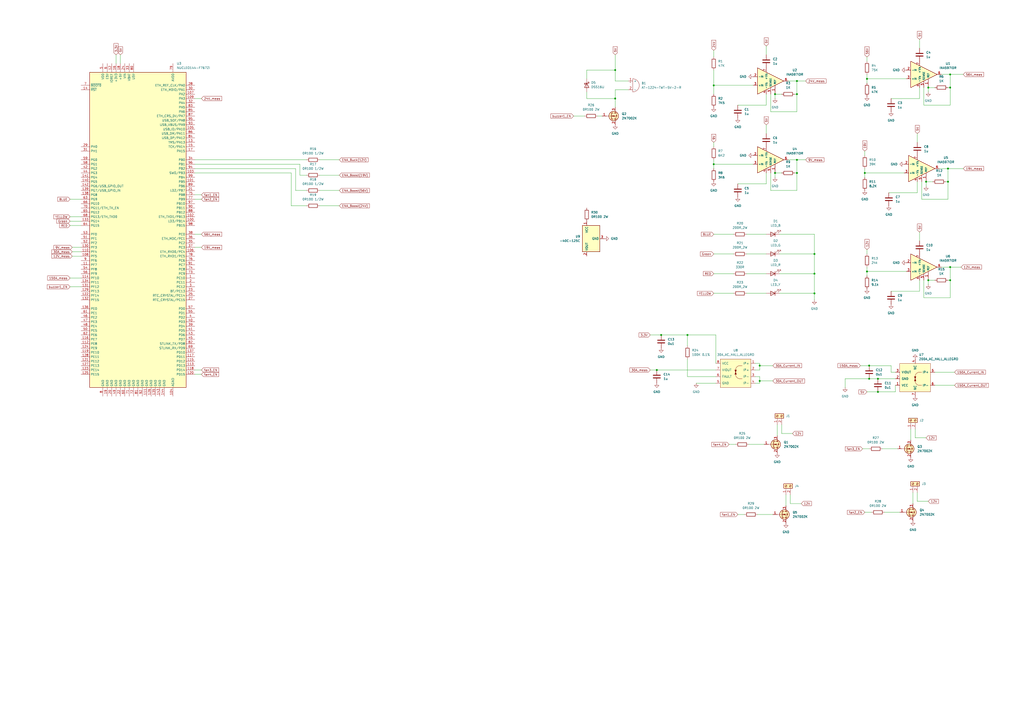
<source format=kicad_sch>
(kicad_sch (version 20231120) (generator "eeschema") (generator_version "8.0")
  (paper "A2")
  (junction (at 504.19 212.09))
  (junction (at 472.44 147.32))
  (junction (at 356.87 40.64))
  (junction (at 462.28 46.99))
  (junction (at 502.92 157.48))
  (junction (at 504.19 219.71))
  (junction (at 537.21 105.41))
  (junction (at 472.44 170.18))
  (junction (at 509.27 219.71))
  (junction (at 398.78 194.31))
  (junction (at 502.92 45.72))
  (junction (at 449.58 100.33))
  (junction (at 440.69 212.09))
  (junction (at 509.27 227.33))
  (junction (at 462.28 54.61))
  (junction (at 538.48 50.8))
  (junction (at 462.28 92.71))
  (junction (at 501.65 100.33))
  (junction (at 440.69 220.98))
  (junction (at 383.54 194.31))
  (junction (at 462.28 100.33))
  (junction (at 551.18 50.8))
  (junction (at 449.58 54.61))
  (junction (at 381 214.63))
  (junction (at 551.18 162.56))
  (junction (at 549.91 105.41))
  (junction (at 414.02 49.53))
  (junction (at 538.48 162.56))
  (junction (at 356.87 57.15))
  (junction (at 414.02 95.25))
  (junction (at 549.91 97.79))
  (junction (at 551.18 43.18))
  (junction (at 551.18 154.94))
  (junction (at 472.44 158.75))
  (wire (pts (xy 422.91 257.81) (xy 426.72 257.81)))
  (wire (pts (xy 116.84 214.63) (xy 113.03 214.63)))
  (wire (pts (xy 449.58 100.33) (xy 453.39 100.33)))
  (wire (pts (xy 439.42 298.45) (xy 448.31 298.45)))
  (wire (pts (xy 501.65 97.79) (xy 501.65 100.33)))
  (wire (pts (xy 551.18 43.18) (xy 546.1 43.18)))
  (wire (pts (xy 113.03 143.51) (xy 116.84 143.51)))
  (wire (pts (xy 448.31 212.09) (xy 440.69 212.09)))
  (wire (pts (xy 502.92 33.02) (xy 502.92 35.56)))
  (wire (pts (xy 462.28 54.61) (xy 462.28 64.77)))
  (wire (pts (xy 444.5 26.67) (xy 444.5 31.75)))
  (wire (pts (xy 551.18 154.94) (xy 546.1 154.94)))
  (wire (pts (xy 551.18 162.56) (xy 551.18 172.72)))
  (wire (pts (xy 414.02 82.55) (xy 414.02 85.09)))
  (wire (pts (xy 433.07 147.32) (xy 444.5 147.32)))
  (wire (pts (xy 113.03 95.25) (xy 173.99 95.25)))
  (wire (pts (xy 40.64 125.73) (xy 46.99 125.73)))
  (wire (pts (xy 449.58 57.15) (xy 449.58 54.61)))
  (wire (pts (xy 519.43 215.9) (xy 516.89 215.9)))
  (wire (pts (xy 414.02 29.21) (xy 414.02 33.02)))
  (wire (pts (xy 41.91 148.59) (xy 46.99 148.59)))
  (wire (pts (xy 447.04 100.33) (xy 447.04 110.49)))
  (wire (pts (xy 185.42 92.71) (xy 196.85 92.71)))
  (wire (pts (xy 434.34 257.81) (xy 443.23 257.81)))
  (wire (pts (xy 453.39 251.46) (xy 459.74 251.46)))
  (wire (pts (xy 551.18 162.56) (xy 549.91 162.56)))
  (wire (pts (xy 185.42 101.6) (xy 196.85 101.6)))
  (wire (pts (xy 549.91 97.79) (xy 558.8 97.79)))
  (wire (pts (xy 450.85 246.38) (xy 450.85 252.73)))
  (wire (pts (xy 549.91 105.41) (xy 548.64 105.41)))
  (wire (pts (xy 185.42 119.38) (xy 196.85 119.38)))
  (wire (pts (xy 414.02 147.32) (xy 425.45 147.32)))
  (wire (pts (xy 504.19 219.71) (xy 490.22 219.71)))
  (wire (pts (xy 356.87 40.64) (xy 356.87 46.99)))
  (wire (pts (xy 462.28 100.33) (xy 461.01 100.33)))
  (wire (pts (xy 383.54 194.31) (xy 398.78 194.31)))
  (wire (pts (xy 529.59 285.75) (xy 529.59 292.1)))
  (wire (pts (xy 525.78 45.72) (xy 502.92 45.72)))
  (wire (pts (xy 524.51 100.33) (xy 501.65 100.33)))
  (wire (pts (xy 414.02 40.64) (xy 414.02 49.53)))
  (wire (pts (xy 452.12 170.18) (xy 472.44 170.18)))
  (wire (pts (xy 533.4 50.8) (xy 533.4 57.15)))
  (wire (pts (xy 440.69 220.98) (xy 448.31 220.98)))
  (wire (pts (xy 113.03 100.33) (xy 168.91 100.33)))
  (wire (pts (xy 398.78 194.31) (xy 398.78 200.66)))
  (wire (pts (xy 340.36 45.72) (xy 340.36 40.64)))
  (wire (pts (xy 504.19 212.09) (xy 516.89 212.09)))
  (wire (pts (xy 414.02 135.89) (xy 425.45 135.89)))
  (wire (pts (xy 433.07 158.75) (xy 444.5 158.75)))
  (wire (pts (xy 433.07 170.18) (xy 444.5 170.18)))
  (wire (pts (xy 168.91 100.33) (xy 168.91 119.38)))
  (wire (pts (xy 398.78 194.31) (xy 415.29 194.31)))
  (wire (pts (xy 472.44 147.32) (xy 472.44 158.75)))
  (wire (pts (xy 444.5 54.61) (xy 444.5 60.96)))
  (wire (pts (xy 549.91 105.41) (xy 549.91 115.57)))
  (wire (pts (xy 499.11 212.09) (xy 504.19 212.09)))
  (wire (pts (xy 414.02 92.71) (xy 414.02 95.25)))
  (wire (pts (xy 40.64 128.27) (xy 46.99 128.27)))
  (wire (pts (xy 502.92 144.78) (xy 502.92 147.32)))
  (wire (pts (xy 452.12 147.32) (xy 472.44 147.32)))
  (wire (pts (xy 398.78 208.28) (xy 398.78 218.44)))
  (wire (pts (xy 440.69 220.98) (xy 440.69 222.25)))
  (wire (pts (xy 414.02 95.25) (xy 414.02 97.79)))
  (wire (pts (xy 113.03 135.89) (xy 116.84 135.89)))
  (wire (pts (xy 440.69 212.09) (xy 440.69 214.63)))
  (wire (pts (xy 455.93 287.02) (xy 455.93 293.37)))
  (wire (pts (xy 538.48 165.1) (xy 538.48 162.56)))
  (wire (pts (xy 440.69 212.09) (xy 440.69 210.82)))
  (wire (pts (xy 356.87 62.23) (xy 356.87 57.15)))
  (wire (pts (xy 532.13 105.41) (xy 532.13 111.76)))
  (wire (pts (xy 551.18 50.8) (xy 551.18 60.96)))
  (wire (pts (xy 537.21 105.41) (xy 541.02 105.41)))
  (wire (pts (xy 67.31 31.75) (xy 67.31 36.83)))
  (wire (pts (xy 458.47 292.1) (xy 464.82 292.1)))
  (wire (pts (xy 462.28 46.99) (xy 457.2 46.99)))
  (wire (pts (xy 501.65 100.33) (xy 501.65 102.87)))
  (wire (pts (xy 438.15 210.82) (xy 440.69 210.82)))
  (wire (pts (xy 436.88 49.53) (xy 414.02 49.53)))
  (wire (pts (xy 414.02 49.53) (xy 414.02 54.61)))
  (wire (pts (xy 452.12 158.75) (xy 472.44 158.75)))
  (wire (pts (xy 433.07 135.89) (xy 444.5 135.89)))
  (wire (pts (xy 113.03 217.17) (xy 116.84 217.17)))
  (wire (pts (xy 462.28 92.71) (xy 462.28 100.33)))
  (wire (pts (xy 438.15 218.44) (xy 440.69 218.44)))
  (wire (pts (xy 551.18 154.94) (xy 551.18 162.56)))
  (wire (pts (xy 113.03 97.79) (xy 171.45 97.79)))
  (wire (pts (xy 534.67 115.57) (xy 549.91 115.57)))
  (wire (pts (xy 41.91 146.05) (xy 46.99 146.05)))
  (wire (pts (xy 444.5 72.39) (xy 444.5 77.47)))
  (wire (pts (xy 381 214.63) (xy 415.29 214.63)))
  (wire (pts (xy 551.18 43.18) (xy 551.18 50.8)))
  (wire (pts (xy 519.43 219.71) (xy 509.27 219.71)))
  (wire (pts (xy 530.86 254) (xy 537.21 254)))
  (wire (pts (xy 458.47 287.02) (xy 458.47 292.1)))
  (wire (pts (xy 40.64 130.81) (xy 46.99 130.81)))
  (wire (pts (xy 340.36 53.34) (xy 340.36 57.15)))
  (wire (pts (xy 534.67 105.41) (xy 534.67 115.57)))
  (wire (pts (xy 427.99 298.45) (xy 431.8 298.45)))
  (wire (pts (xy 538.48 50.8) (xy 542.29 50.8)))
  (wire (pts (xy 444.5 60.96) (xy 427.99 60.96)))
  (wire (pts (xy 502.92 157.48) (xy 502.92 160.02)))
  (wire (pts (xy 415.29 194.31) (xy 415.29 210.82)))
  (wire (pts (xy 535.94 60.96) (xy 551.18 60.96)))
  (wire (pts (xy 171.45 97.79) (xy 171.45 110.49)))
  (wire (pts (xy 551.18 43.18) (xy 558.8 43.18)))
  (wire (pts (xy 177.8 101.6) (xy 173.99 101.6)))
  (wire (pts (xy 40.64 161.29) (xy 46.99 161.29)))
  (wire (pts (xy 549.91 97.79) (xy 544.83 97.79)))
  (wire (pts (xy 462.28 92.71) (xy 457.2 92.71)))
  (wire (pts (xy 542.29 215.9) (xy 553.72 215.9)))
  (wire (pts (xy 501.65 297.18) (xy 505.46 297.18)))
  (wire (pts (xy 532.13 285.75) (xy 532.13 290.83)))
  (wire (pts (xy 538.48 162.56) (xy 542.29 162.56)))
  (wire (pts (xy 472.44 135.89) (xy 472.44 147.32)))
  (wire (pts (xy 449.58 102.87) (xy 449.58 100.33)))
  (wire (pts (xy 449.58 54.61) (xy 453.39 54.61)))
  (wire (pts (xy 530.86 248.92) (xy 530.86 254)))
  (wire (pts (xy 535.94 50.8) (xy 535.94 60.96)))
  (wire (pts (xy 340.36 57.15) (xy 356.87 57.15)))
  (wire (pts (xy 346.71 67.31) (xy 349.25 67.31)))
  (wire (pts (xy 415.29 218.44) (xy 398.78 218.44)))
  (wire (pts (xy 40.64 115.57) (xy 46.99 115.57)))
  (wire (pts (xy 551.18 50.8) (xy 549.91 50.8)))
  (wire (pts (xy 332.74 67.31) (xy 339.09 67.31)))
  (wire (pts (xy 462.28 46.99) (xy 467.36 46.99)))
  (wire (pts (xy 532.13 111.76) (xy 515.62 111.76)))
  (wire (pts (xy 356.87 57.15) (xy 356.87 52.07)))
  (wire (pts (xy 113.03 57.15) (xy 116.84 57.15)))
  (wire (pts (xy 69.85 31.75) (xy 69.85 36.83)))
  (wire (pts (xy 462.28 100.33) (xy 462.28 110.49)))
  (wire (pts (xy 185.42 110.49) (xy 196.85 110.49)))
  (wire (pts (xy 447.04 54.61) (xy 447.04 64.77)))
  (wire (pts (xy 436.88 95.25) (xy 414.02 95.25)))
  (wire (pts (xy 511.81 260.35) (xy 520.7 260.35)))
  (wire (pts (xy 440.69 218.44) (xy 440.69 220.98)))
  (wire (pts (xy 171.45 110.49) (xy 177.8 110.49)))
  (wire (pts (xy 502.92 227.33) (xy 509.27 227.33)))
  (wire (pts (xy 447.04 64.77) (xy 462.28 64.77)))
  (wire (pts (xy 525.78 157.48) (xy 502.92 157.48)))
  (wire (pts (xy 528.32 248.92) (xy 528.32 255.27)))
  (wire (pts (xy 490.22 219.71) (xy 490.22 224.79)))
  (wire (pts (xy 356.87 52.07) (xy 364.49 52.07)))
  (wire (pts (xy 340.36 40.64) (xy 356.87 40.64)))
  (wire (pts (xy 502.92 154.94) (xy 502.92 157.48)))
  (wire (pts (xy 533.4 22.86) (xy 533.4 27.94)))
  (wire (pts (xy 173.99 101.6) (xy 173.99 95.25)))
  (wire (pts (xy 538.48 53.34) (xy 538.48 50.8)))
  (wire (pts (xy 364.49 46.99) (xy 356.87 46.99)))
  (wire (pts (xy 444.5 100.33) (xy 444.5 106.68)))
  (wire (pts (xy 500.38 260.35) (xy 504.19 260.35)))
  (wire (pts (xy 533.4 168.91) (xy 516.89 168.91)))
  (wire (pts (xy 513.08 297.18) (xy 521.97 297.18)))
  (wire (pts (xy 462.28 46.99) (xy 462.28 54.61)))
  (wire (pts (xy 537.21 107.95) (xy 537.21 105.41)))
  (wire (pts (xy 414.02 158.75) (xy 425.45 158.75)))
  (wire (pts (xy 535.94 162.56) (xy 535.94 172.72)))
  (wire (pts (xy 549.91 97.79) (xy 549.91 105.41)))
  (wire (pts (xy 414.02 170.18) (xy 425.45 170.18)))
  (wire (pts (xy 509.27 227.33) (xy 519.43 227.33)))
  (wire (pts (xy 113.03 92.71) (xy 177.8 92.71)))
  (wire (pts (xy 501.65 87.63) (xy 501.65 90.17)))
  (wire (pts (xy 403.86 222.25) (xy 415.29 222.25)))
  (wire (pts (xy 356.87 31.75) (xy 356.87 40.64)))
  (wire (pts (xy 40.64 166.37) (xy 46.99 166.37)))
  (wire (pts (xy 462.28 92.71) (xy 467.36 92.71)))
  (wire (pts (xy 516.89 215.9) (xy 516.89 212.09)))
  (wire (pts (xy 533.4 162.56) (xy 533.4 168.91)))
  (wire (pts (xy 502.92 45.72) (xy 502.92 48.26)))
  (wire (pts (xy 113.03 113.03) (xy 116.84 113.03)))
  (wire (pts (xy 452.12 135.89) (xy 472.44 135.89)))
  (wire (pts (xy 502.92 43.18) (xy 502.92 45.72)))
  (wire (pts (xy 472.44 170.18) (xy 472.44 173.99)))
  (wire (pts (xy 533.4 57.15) (xy 516.89 57.15)))
  (wire (pts (xy 532.13 290.83) (xy 538.48 290.83)))
  (wire (pts (xy 535.94 172.72) (xy 551.18 172.72)))
  (wire (pts (xy 533.4 134.62) (xy 533.4 139.7)))
  (wire (pts (xy 542.29 223.52) (xy 553.72 223.52)))
  (wire (pts (xy 438.15 222.25) (xy 440.69 222.25)))
  (wire (pts (xy 438.15 214.63) (xy 440.69 214.63)))
  (wire (pts (xy 551.18 154.94) (xy 557.53 154.94)))
  (wire (pts (xy 453.39 246.38) (xy 453.39 251.46)))
  (wire (pts (xy 532.13 77.47) (xy 532.13 82.55)))
  (wire (pts (xy 168.91 119.38) (xy 177.8 119.38)))
  (wire (pts (xy 519.43 223.52) (xy 519.43 227.33)))
  (wire (pts (xy 472.44 158.75) (xy 472.44 170.18)))
  (wire (pts (xy 462.28 54.61) (xy 461.01 54.61)))
  (wire (pts (xy 377.19 214.63) (xy 381 214.63)))
  (wire (pts (xy 41.91 143.51) (xy 46.99 143.51)))
  (wire (pts (xy 116.84 115.57) (xy 113.03 115.57)))
  (wire (pts (xy 377.19 194.31) (xy 383.54 194.31)))
  (wire (pts (xy 509.27 219.71) (xy 504.19 219.71)))
  (wire (pts (xy 447.04 110.49) (xy 462.28 110.49)))
  (wire (pts (xy 444.5 106.68) (xy 427.99 106.68)))
  (global_label "fan2_EN" (shape input) (at 501.65 297.18 180) (property "Intersheetrefs" "${INTERSHEET_REFS}" (effects (hide yes))))
  (global_label "9V_meas" (shape input) (at 467.36 92.71 0) (property "Intersheetrefs" "${INTERSHEET_REFS}" (effects (hide yes))))
  (global_label "5V" (shape input) (at 356.87 31.75 90) (property "Intersheetrefs" "${INTERSHEET_REFS}" (effects (hide yes))))
  (global_label "12V" (shape input) (at 459.74 251.46 0) (property "Intersheetrefs" "${INTERSHEET_REFS}" (effects (hide yes))))
  (global_label "12V_meas" (shape input) (at 41.91 148.59 180) (property "Intersheetrefs" "${INTERSHEET_REFS}" (effects (hide yes))))
  (global_label "12V" (shape input) (at 464.82 292.1 0) (property "Intersheetrefs" "${INTERSHEET_REFS}" (effects (hide yes))))
  (global_label "RED" (shape input) (at 414.02 158.75 180) (property "Intersheetrefs" "${INTERSHEET_REFS}" (effects (hide yes))))
  (global_label "12V" (shape input) (at 537.21 254 0) (property "Intersheetrefs" "${INTERSHEET_REFS}" (effects (hide yes))))
  (global_label "fan1_EN" (shape input) (at 116.84 113.03 0) (property "Intersheetrefs" "${INTERSHEET_REFS}" (effects (hide yes))))
  (global_label "12V" (shape input) (at 502.92 144.78 90) (property "Intersheetrefs" "${INTERSHEET_REFS}" (effects (hide yes))))
  (global_label "fan3_EN" (shape input) (at 500.38 260.35 180) (property "Intersheetrefs" "${INTERSHEET_REFS}" (effects (hide yes))))
  (global_label "150A_Current_IN" (shape input) (at 553.72 215.9 0) (property "Intersheetrefs" "${INTERSHEET_REFS}" (effects (hide yes))))
  (global_label "fan4_EN" (shape input) (at 422.91 257.81 180) (property "Intersheetrefs" "${INTERSHEET_REFS}" (effects (hide yes))))
  (global_label "ENA_Boost(19V)" (shape input) (at 196.85 101.6 0) (property "Intersheetrefs" "${INTERSHEET_REFS}" (effects (hide yes))))
  (global_label "3.3V" (shape input) (at 67.31 31.75 90) (property "Intersheetrefs" "${INTERSHEET_REFS}" (effects (hide yes))))
  (global_label "5V" (shape input) (at 533.4 134.62 90) (property "Intersheetrefs" "${INTERSHEET_REFS}" (effects (hide yes))))
  (global_label "3.3V" (shape input) (at 377.19 194.31 180) (property "Intersheetrefs" "${INTERSHEET_REFS}" (effects (hide yes))))
  (global_label "fan4_EN" (shape input) (at 116.84 217.17 0) (property "Intersheetrefs" "${INTERSHEET_REFS}" (effects (hide yes))))
  (global_label "BLUE" (shape input) (at 414.02 135.89 180) (property "Intersheetrefs" "${INTERSHEET_REFS}" (effects (hide yes))))
  (global_label "150A_meas" (shape input) (at 499.11 212.09 180) (property "Intersheetrefs" "${INTERSHEET_REFS}" (effects (hide yes))))
  (global_label "ENA_Buck(12V)" (shape input) (at 196.85 92.71 0) (property "Intersheetrefs" "${INTERSHEET_REFS}" (effects (hide yes))))
  (global_label "buzzer1_EN" (shape input) (at 332.74 67.31 180) (property "Intersheetrefs" "${INTERSHEET_REFS}" (effects (hide yes))))
  (global_label "56V" (shape input) (at 502.92 33.02 90) (property "Intersheetrefs" "${INTERSHEET_REFS}" (effects (hide yes))))
  (global_label "fan3_EN" (shape input) (at 116.84 214.63 0) (property "Intersheetrefs" "${INTERSHEET_REFS}" (effects (hide yes))))
  (global_label "RED" (shape input) (at 40.64 130.81 180) (property "Intersheetrefs" "${INTERSHEET_REFS}" (effects (hide yes))))
  (global_label "19V_meas" (shape input) (at 116.84 143.51 0) (property "Intersheetrefs" "${INTERSHEET_REFS}" (effects (hide yes))))
  (global_label "24V" (shape input) (at 414.02 29.21 90) (property "Intersheetrefs" "${INTERSHEET_REFS}" (effects (hide yes))))
  (global_label "ENA_Boost(56V)" (shape input) (at 196.85 110.49 0) (property "Intersheetrefs" "${INTERSHEET_REFS}" (effects (hide yes))))
  (global_label "YELLOW" (shape input) (at 414.02 170.18 180) (property "Intersheetrefs" "${INTERSHEET_REFS}" (effects (hide yes))))
  (global_label "56V_meas" (shape input) (at 558.8 43.18 0) (property "Intersheetrefs" "${INTERSHEET_REFS}" (effects (hide yes))))
  (global_label "ENA_Boost(24V)" (shape input) (at 196.85 119.38 0) (property "Intersheetrefs" "${INTERSHEET_REFS}" (effects (hide yes))))
  (global_label "5V" (shape input) (at 502.92 227.33 180) (property "Intersheetrefs" "${INTERSHEET_REFS}" (effects (hide yes))))
  (global_label "5V" (shape input) (at 533.4 22.86 90) (property "Intersheetrefs" "${INTERSHEET_REFS}" (effects (hide yes))))
  (global_label "150A_Current_OUT" (shape input) (at 553.72 223.52 0) (property "Intersheetrefs" "${INTERSHEET_REFS}" (effects (hide yes))))
  (global_label "12V_meas" (shape input) (at 557.53 154.94 0) (property "Intersheetrefs" "${INTERSHEET_REFS}" (effects (hide yes))))
  (global_label "56V_meas" (shape input) (at 116.84 135.89 0) (property "Intersheetrefs" "${INTERSHEET_REFS}" (effects (hide yes))))
  (global_label "5V" (shape input) (at 69.85 31.75 90) (property "Intersheetrefs" "${INTERSHEET_REFS}" (effects (hide yes))))
  (global_label "YELLOW" (shape input) (at 40.64 125.73 180) (property "Intersheetrefs" "${INTERSHEET_REFS}" (effects (hide yes))))
  (global_label "9V_meas" (shape input) (at 41.91 143.51 180) (property "Intersheetrefs" "${INTERSHEET_REFS}" (effects (hide yes))))
  (global_label "30A_meas" (shape input) (at 377.19 214.63 180) (property "Intersheetrefs" "${INTERSHEET_REFS}" (effects (hide yes))))
  (global_label "fan1_EN" (shape input) (at 427.99 298.45 180) (property "Intersheetrefs" "${INTERSHEET_REFS}" (effects (hide yes))))
  (global_label "buzzer1_EN" (shape input) (at 40.64 166.37 180) (property "Intersheetrefs" "${INTERSHEET_REFS}" (effects (hide yes))))
  (global_label "30A_Current_IN" (shape input) (at 448.31 212.09 0) (property "Intersheetrefs" "${INTERSHEET_REFS}" (effects (hide yes))))
  (global_label "9V" (shape input) (at 414.02 82.55 90) (property "Intersheetrefs" "${INTERSHEET_REFS}" (effects (hide yes))))
  (global_label "12V" (shape input) (at 538.48 290.83 0) (property "Intersheetrefs" "${INTERSHEET_REFS}" (effects (hide yes))))
  (global_label "24V_meas" (shape input) (at 116.84 57.15 0) (property "Intersheetrefs" "${INTERSHEET_REFS}" (effects (hide yes))))
  (global_label "30A_Current_OUT" (shape input) (at 448.31 220.98 0) (property "Intersheetrefs" "${INTERSHEET_REFS}" (effects (hide yes))))
  (global_label "5V" (shape input) (at 444.5 26.67 90) (property "Intersheetrefs" "${INTERSHEET_REFS}" (effects (hide yes))))
  (global_label "5V" (shape input) (at 444.5 72.39 90) (property "Intersheetrefs" "${INTERSHEET_REFS}" (effects (hide yes))))
  (global_label "fan2_EN" (shape input) (at 116.84 115.57 0) (property "Intersheetrefs" "${INTERSHEET_REFS}" (effects (hide yes))))
  (global_label "Green" (shape input) (at 414.02 147.32 180) (property "Intersheetrefs" "${INTERSHEET_REFS}" (effects (hide yes))))
  (global_label "150A_meas" (shape input) (at 40.64 161.29 180) (property "Intersheetrefs" "${INTERSHEET_REFS}" (effects (hide yes))))
  (global_label "Green" (shape input) (at 40.64 128.27 180) (property "Intersheetrefs" "${INTERSHEET_REFS}" (effects (hide yes))))
  (global_label "19V" (shape input) (at 501.65 87.63 90) (property "Intersheetrefs" "${INTERSHEET_REFS}" (effects (hide yes))))
  (global_label "BLUE" (shape input) (at 40.64 115.57 180) (property "Intersheetrefs" "${INTERSHEET_REFS}" (effects (hide yes))))
  (global_label "19V_meas" (shape input) (at 558.8 97.79 0) (property "Intersheetrefs" "${INTERSHEET_REFS}" (effects (hide yes))))
  (global_label "5V" (shape input) (at 532.13 77.47 90) (property "Intersheetrefs" "${INTERSHEET_REFS}" (effects (hide yes))))
  (global_label "30A_meas" (shape input) (at 41.91 146.05 180) (property "Intersheetrefs" "${INTERSHEET_REFS}" (effects (hide yes))))
  (global_label "24V_meas" (shape input) (at 467.36 46.99 0) (property "Intersheetrefs" "${INTERSHEET_REFS}" (effects (hide yes))))
  (symbol (lib_id "rsx_Resistors:75K") (at 502.92 39.37 0) (unit 1)
    (property "Reference" "R4" (at 505.46 38.0999 0) (effects (justify left)))
    (property "Value" "75K" (at 505.46 40.6399 0) (effects (justify left)))
    (property "Footprint" "rsx_resistors:R_0603_1608Metric" (effects (hide yes)))
    (property "Datasheet" "https://www.seielect.com/catalog/sei-rmcf_rmcp.pdf" (effects (hide yes)))
    (property "Description" "RES 75K OHM 1% 1/10W 0603" (effects (hide yes)))
    (property "MFR" "Stackpole Electronics Inc" (effects (hide yes)))
    (property "DPN" "RMCF0603FT75K0CT-ND" (effects (hide yes)))
    (property "MPN" "RMCF0603FT75K0" (effects (hide yes)))
  )
  (symbol (lib_id "rsx_Capacitors:1u") (at 533.4 31.75 0) (unit 1)
    (property "Reference" "C4" (at 537.21 30.4799 0) (effects (justify left)))
    (property "Value" "1u" (at 537.21 33.0199 0) (effects (justify left)))
    (property "Footprint" "rsx_capacitors:C_0805_2012Metric" (effects (hide yes)))
    (property "Description" "CAP CER 1UF 50V X7R 0805" (effects (hide yes)))
    (property "MFR" "Samsung Electro-Mechanics" (effects (hide yes)))
    (property "DPN" "1276-1029-1-ND" (effects (hide yes)))
    (property "MPN" "CL21B105KBFNNNE" (effects (hide yes)))
  )
  (symbol (lib_id "rsx_Resistors:0R100 1/2W") (at 181.61 119.38 90) (unit 1)
    (property "Reference" "R19" (at 181.61 113.03 90))
    (property "Value" "0R100 1/2W" (at 181.61 115.57 90))
    (property "Footprint" "rsx_resistors:R_1206_3216Metric" (effects (hide yes)))
    (property "Description" "RES 0.1 OHM 1% 1/2W 1206" (effects (hide yes)))
    (property "MFR" "Stackpole Electronics Inc" (effects (hide yes)))
    (property "DPN" "CSR1206FTR100CT-ND" (effects (hide yes)))
    (property "MPN" "CSR1206FTR100" (effects (hide yes)))
  )
  (symbol (lib_id "rsx_opamps:INA597IDR") (at 447.04 46.99 0) (unit 1)
    (property "Reference" "U2" (at 461.01 40.6714 0))
    (property "Value" "INA597IDR" (at 461.01 43.2114 0))
    (property "Datasheet" "https://www.ti.com/lit/ds/symlink/ina597.pdf" (effects (hide yes)))
    (property "Description" "IC OPAMP DIFF 1 CIRCUIT 8SOIC" (effects (hide yes)))
    (property "MFR" "Texas Instruments" (effects (hide yes)))
    (property "DPN" "296-INA597IDRCT-ND" (effects (hide yes)))
    (property "MPN" "INA597IDR" (effects (hide yes)))
  )
  (symbol (lib_id "rsx_opamps:INA597IDR") (at 534.67 97.79 0) (unit 1)
    (property "Reference" "U5" (at 548.64 91.4714 0))
    (property "Value" "INA597IDR" (at 548.64 94.0114 0))
    (property "Datasheet" "https://www.ti.com/lit/ds/symlink/ina597.pdf" (effects (hide yes)))
    (property "Description" "IC OPAMP DIFF 1 CIRCUIT 8SOIC" (effects (hide yes)))
    (property "MFR" "Texas Instruments" (effects (hide yes)))
    (property "DPN" "296-INA597IDRCT-ND" (effects (hide yes)))
    (property "MPN" "INA597IDR" (effects (hide yes)))
  )
  (symbol (lib_id "rsx_opamps:INA597IDR") (at 535.94 43.18 0) (unit 1)
    (property "Reference" "U1" (at 549.91 36.8614 0))
    (property "Value" "INA597IDR" (at 549.91 39.4014 0))
    (property "Datasheet" "https://www.ti.com/lit/ds/symlink/ina597.pdf" (effects (hide yes)))
    (property "Description" "IC OPAMP DIFF 1 CIRCUIT 8SOIC" (effects (hide yes)))
    (property "MFR" "Texas Instruments" (effects (hide yes)))
    (property "DPN" "296-INA597IDRCT-ND" (effects (hide yes)))
    (property "MPN" "INA597IDR" (effects (hide yes)))
  )
  (symbol (lib_id "rsx_Transistors:2N7002K") (at 448.31 257.81 0) (unit 1)
    (property "Reference" "Q1" (at 454.66 256.5399 0) (effects (justify left)))
    (property "Value" "2N7002K" (at 454.66 259.0799 0) (effects (justify left)))
    (property "Footprint" "rsx_packages_TO_SOT:SOT-23" (effects (hide yes)))
    (property "Datasheet" "https://www.onsemi.com/pub/Collateral/BSS138-D.PDF" (effects (hide yes)))
    (property "Description" "MOSFET N-CH 60V 300MA SOT23-3" (effects (hide yes)))
    (property "MFR" "Vishay Siliconix" (effects (hide yes)))
    (property "DPN" "742-2N7002K-T1-E3CT-ND" (effects (hide yes)))
    (property "MPN" "2N7002K-T1-E3" (effects (hide yes)))
  )
  (symbol (lib_id "rsx_Capacitors:1u") (at 427.99 64.77 0) (unit 1)
    (property "Reference" "C1" (at 431.8 63.4999 0) (effects (justify left)))
    (property "Value" "1u" (at 431.8 66.0399 0) (effects (justify left)))
    (property "Footprint" "rsx_capacitors:C_0805_2012Metric" (effects (hide yes)))
    (property "Description" "CAP CER 1UF 50V X7R 0805" (effects (hide yes)))
    (property "MFR" "Samsung Electro-Mechanics" (effects (hide yes)))
    (property "DPN" "1276-1029-1-ND" (effects (hide yes)))
    (property "MPN" "CL21B105KBFNNNE" (effects (hide yes)))
  )
  (symbol (lib_id "power:GND") (at 501.65 110.49 0) (unit 1)
    (property "Reference" "#PWR013" (effects (hide yes)))
    (property "Value" "GND" (at 501.65 115.57 0))
    (property "Description" "Power symbol creates a global label with name \"GND\" , ground" (effects (hide yes)))
  )
  (symbol (lib_id "rsx_Resistors:0R100 2W") (at 430.53 257.81 90) (unit 1)
    (property "Reference" "R25" (at 430.53 251.46 90))
    (property "Value" "0R100 2W" (at 430.53 254 90))
    (property "Footprint" "rsx_resistors:R_2512_6332Metric" (effects (hide yes)))
    (property "Description" "RES 0.1 OHM 1% 2W 2512" (effects (hide yes)))
    (property "MFR" "Stackpole Electronics Inc" (effects (hide yes)))
    (property "DPN" "CSRN2512FTR100CT-ND" (effects (hide yes)))
    (property "MPN" "CSRN2512FTR100" (effects (hide yes)))
  )
  (symbol (lib_id "rsx_Resistors:100K 0.1%") (at 398.78 204.47 0) (unit 1)
    (property "Reference" "R24" (at 401.32 203.1999 0) (effects (justify left)))
    (property "Value" "100K 0.1%" (at 401.32 205.7399 0) (effects (justify left)))
    (property "Footprint" "rsx_resistors:R_0603_1608Metric" (effects (hide yes)))
    (property "Description" "RES SMD 100K OHM 0.1% 1/10W 0603" (effects (hide yes)))
    (property "MFR" "YAGEO" (effects (hide yes)))
    (property "DPN" "YAG1235CT-ND" (effects (hide yes)))
    (property "MPN" "RT0603BRD07100KL" (effects (hide yes)))
  )
  (symbol (lib_id "rsx_Resistors:1K") (at 457.2 100.33 90) (unit 1)
    (property "Reference" "R9" (at 457.2 93.98 90))
    (property "Value" "1K" (at 457.2 96.52 90))
    (property "Footprint" "rsx_resistors:R_0603_1608Metric" (effects (hide yes)))
    (property "Description" "RES 1K OHM 1% 1/10W 0603" (effects (hide yes)))
    (property "MFR" "Stackpole Electronics Inc" (effects (hide yes)))
    (property "DPN" "RMCF0603FT1K00CT-ND" (effects (hide yes)))
    (property "MPN" "RMCF0603FT1K00" (effects (hide yes)))
  )
  (symbol (lib_id "power:GND") (at 381 222.25 0) (unit 1)
    (property "Reference" "#PWR027" (effects (hide yes)))
    (property "Value" "GND" (at 381 227.33 0))
    (property "Description" "Power symbol creates a global label with name \"GND\" , ground" (effects (hide yes)))
  )
  (symbol (lib_id "rsx_Resistors:1K") (at 546.1 50.8 90) (unit 1)
    (property "Reference" "R6" (at 546.1 44.45 90))
    (property "Value" "1K" (at 546.1 46.99 90))
    (property "Footprint" "rsx_resistors:R_0603_1608Metric" (effects (hide yes)))
    (property "Description" "RES 1K OHM 1% 1/10W 0603" (effects (hide yes)))
    (property "MFR" "Stackpole Electronics Inc" (effects (hide yes)))
    (property "DPN" "RMCF0603FT1K00CT-ND" (effects (hide yes)))
    (property "MPN" "RMCF0603FT1K00" (effects (hide yes)))
  )
  (symbol (lib_id "rsx_Transistors:2N7002K") (at 527.05 297.18 0) (unit 1)
    (property "Reference" "Q4" (at 533.4 295.9099 0) (effects (justify left)))
    (property "Value" "2N7002K" (at 533.4 298.4499 0) (effects (justify left)))
    (property "Footprint" "rsx_packages_TO_SOT:SOT-23" (effects (hide yes)))
    (property "Datasheet" "https://www.onsemi.com/pub/Collateral/BSS138-D.PDF" (effects (hide yes)))
    (property "Description" "MOSFET N-CH 60V 300MA SOT23-3" (effects (hide yes)))
    (property "MFR" "Vishay Siliconix" (effects (hide yes)))
    (property "DPN" "742-2N7002K-T1-E3CT-ND" (effects (hide yes)))
    (property "MPN" "2N7002K-T1-E3" (effects (hide yes)))
  )
  (symbol (lib_id "rsx_Resistors:0R100 2W") (at 435.61 298.45 90) (unit 1)
    (property "Reference" "R29" (at 435.61 292.1 90))
    (property "Value" "0R100 2W" (at 435.61 294.64 90))
    (property "Footprint" "rsx_resistors:R_2512_6332Metric" (effects (hide yes)))
    (property "Description" "RES 0.1 OHM 1% 2W 2512" (effects (hide yes)))
    (property "MFR" "Stackpole Electronics Inc" (effects (hide yes)))
    (property "DPN" "CSRN2512FTR100CT-ND" (effects (hide yes)))
    (property "MPN" "CSRN2512FTR100" (effects (hide yes)))
  )
  (symbol (lib_id "power:GND") (at 449.58 57.15 0) (unit 1)
    (property "Reference" "#PWR04" (effects (hide yes)))
    (property "Value" "GND" (at 449.58 62.23 0))
    (property "Description" "Power symbol creates a global label with name \"GND\" , ground" (effects (hide yes)))
  )
  (symbol (lib_id "rsx_header_screw:Screw_Terminal_2x2.54") (at 450.85 241.3 90) (unit 1)
    (property "Reference" "J1" (at 455.93 241.2999 90) (effects (justify right)))
    (property "Value" "Screw_Terminal_2x2.54" (effects (hide yes)))
    (property "Footprint" "rsx_headers_screw:Wurth_691210910002" (effects (hide yes)))
    (property "Description" "TERM BLOCK 2P HORIZON 2.54MM PCB" (effects (hide yes)))
    (property "MFR" "Würth Elektronik" (effects (hide yes)))
    (property "DPN" "732-691210910002-ND" (effects (hide yes)))
    (property "MPN" "691210910002" (effects (hide yes)))
  )
  (symbol (lib_id "rsx_Resistors:6K2") (at 414.02 88.9 0) (unit 1)
    (property "Reference" "R7" (at 416.56 87.6299 0) (effects (justify left)))
    (property "Value" "6K2" (at 416.56 90.1699 0) (effects (justify left)))
    (property "Footprint" "rsx_resistors:R_0603_1608Metric" (effects (hide yes)))
    (property "Description" "RES 6.2K OHM 5% 1/10W 0603" (effects (hide yes)))
    (property "MFR" "YAGEO" (effects (hide yes)))
    (property "DPN" "311-6.2KGRCT-ND" (effects (hide yes)))
    (property "MPN" "RC0603JR-076K2L" (effects (hide yes)))
  )
  (symbol (lib_id "rsx_Capacitors:1u") (at 532.13 86.36 0) (unit 1)
    (property "Reference" "C8" (at 535.94 85.0899 0) (effects (justify left)))
    (property "Value" "1u" (at 535.94 87.6299 0) (effects (justify left)))
    (property "Footprint" "rsx_capacitors:C_0805_2012Metric" (effects (hide yes)))
    (property "Description" "CAP CER 1UF 50V X7R 0805" (effects (hide yes)))
    (property "MFR" "Samsung Electro-Mechanics" (effects (hide yes)))
    (property "DPN" "1276-1029-1-ND" (effects (hide yes)))
    (property "MPN" "CL21B105KBFNNNE" (effects (hide yes)))
  )
  (symbol (lib_id "power:GND") (at 414.02 62.23 0) (unit 1)
    (property "Reference" "#PWR01" (effects (hide yes)))
    (property "Value" "GND" (at 414.02 67.31 0))
    (property "Description" "Power symbol creates a global label with name \"GND\" , ground" (effects (hide yes)))
  )
  (symbol (lib_id "rsx_header_screw:Screw_Terminal_2x2.54") (at 529.59 280.67 90) (unit 1)
    (property "Reference" "J3" (at 534.67 280.6699 90) (effects (justify right)))
    (property "Value" "Screw_Terminal_2x2.54" (effects (hide yes)))
    (property "Footprint" "rsx_headers_screw:Wurth_691210910002" (effects (hide yes)))
    (property "Description" "TERM BLOCK 2P HORIZON 2.54MM PCB" (effects (hide yes)))
    (property "MFR" "Würth Elektronik" (effects (hide yes)))
    (property "DPN" "732-691210910002-ND" (effects (hide yes)))
    (property "MPN" "691210910002" (effects (hide yes)))
  )
  (symbol (lib_id "rsx_diodes:DSS16U") (at 340.36 49.53 270) (unit 1)
    (property "Reference" "D5" (at 342.9 47.9424 90) (effects (justify left)))
    (property "Value" "DSS16U" (at 342.9 50.4824 90) (effects (justify left)))
    (property "Footprint" "rsx_diodes:D_SOD-123F" (effects (hide yes)))
    (property "Description" "DIODE SCHOTTKY 60V 1A SOD123FL" (effects (hide yes)))
    (property "MFR" "SMC Diode Solutions" (effects (hide yes)))
    (property "DPN" "1655-DSS16UCT-ND" (effects (hide yes)))
    (property "Description_1" "DIODE SCHOTTKY 60V 1A SOD123FL" (effects (hide yes)))
    (property "MPN" "DSS16U" (effects (hide yes)))
  )
  (symbol (lib_id "rsx_Resistors:3K6") (at 414.02 101.6 0) (unit 1)
    (property "Reference" "R8" (at 416.56 100.3299 0) (effects (justify left)))
    (property "Value" "3K6" (at 416.56 102.8699 0) (effects (justify left)))
    (property "Footprint" "rsx_resistors:R_0603_1608Metric" (effects (hide yes)))
    (property "Description" "RES SMD 3.6K OHM 5% 1/10W 0603" (effects (hide yes)))
    (property "MFR" "Panasonic Electronic Components" (effects (hide yes)))
    (property "DPN" "P3.6KGCT-ND" (effects (hide yes)))
    (property "MPN" "ERJ-3GEYJ362V" (effects (hide yes)))
  )
  (symbol (lib_id "power:GND") (at 525.78 40.64 270) (unit 1)
    (property "Reference" "#PWR06" (effects (hide yes)))
    (property "Value" "GND" (at 521.97 40.6399 90) (effects (justify right)))
    (property "Description" "Power symbol creates a global label with name \"GND\" , ground" (effects (hide yes)))
  )
  (symbol (lib_id "rsx_Resistors:47K") (at 502.92 52.07 0) (unit 1)
    (property "Reference" "R5" (at 505.46 50.7999 0) (effects (justify left)))
    (property "Value" "47K" (at 505.46 53.3399 0) (effects (justify left)))
    (property "Footprint" "rsx_resistors:R_0603_1608Metric" (effects (hide yes)))
    (property "Datasheet" "https://www.yageo.com/upload/media/product/products/datasheet/rchip/PYu-RC_Group_51_RoHS_L_12.pdf" (effects (hide yes)))
    (property "Description" "RES 47K OHM 1% 1/10W 0603" (effects (hide yes)))
    (property "MFR" "YAGEO" (effects (hide yes)))
    (property "DPN" "311-47.0KHRCT-ND" (effects (hide yes)))
    (property "MPN" "RC0603FR-0747KL" (effects (hide yes)))
  )
  (symbol (lib_id "rsx_Capacitors:1u") (at 516.89 60.96 0) (unit 1)
    (property "Reference" "C3" (at 520.7 59.6899 0) (effects (justify left)))
    (property "Value" "1u" (at 520.7 62.2299 0) (effects (justify left)))
    (property "Footprint" "rsx_capacitors:C_0805_2012Metric" (effects (hide yes)))
    (property "Description" "CAP CER 1UF 50V X7R 0805" (effects (hide yes)))
    (property "MFR" "Samsung Electro-Mechanics" (effects (hide yes)))
    (property "DPN" "1276-1029-1-ND" (effects (hide yes)))
    (property "MPN" "CL21B105KBFNNNE" (effects (hide yes)))
  )
  (symbol (lib_id "rsx_opamps:INA597IDR") (at 535.94 154.94 0) (unit 1)
    (property "Reference" "U6" (at 549.91 148.6214 0))
    (property "Value" "INA597IDR" (at 549.91 151.1614 0))
    (property "Datasheet" "https://www.ti.com/lit/ds/symlink/ina597.pdf" (effects (hide yes)))
    (property "Description" "IC OPAMP DIFF 1 CIRCUIT 8SOIC" (effects (hide yes)))
    (property "MFR" "Texas Instruments" (effects (hide yes)))
    (property "DPN" "296-INA597IDRCT-ND" (effects (hide yes)))
    (property "MPN" "INA597IDR" (effects (hide yes)))
  )
  (symbol (lib_id "rsx_Resistors:0R100 2W") (at 340.36 124.46 0) (unit 1)
    (property "Reference" "R30" (at 342.9 123.1899 0) (effects (justify left)))
    (property "Value" "0R100 2W" (at 342.9 125.7299 0) (effects (justify left)))
    (property "Footprint" "rsx_resistors:R_2512_6332Metric" (effects (hide yes)))
    (property "Description" "RES 0.1 OHM 1% 2W 2512" (effects (hide yes)))
    (property "MFR" "Stackpole Electronics Inc" (effects (hide yes)))
    (property "DPN" "CSRN2512FTR100CT-ND" (effects (hide yes)))
    (property "MPN" "CSRN2512FTR100" (effects (hide yes)))
  )
  (symbol (lib_id "rsx_Transistors:2N7002K") (at 453.39 298.45 0) (unit 1)
    (property "Reference" "Q5" (at 459.74 297.1799 0) (effects (justify left)))
    (property "Value" "2N7002K" (at 459.74 299.7199 0) (effects (justify left)))
    (property "Footprint" "rsx_packages_TO_SOT:SOT-23" (effects (hide yes)))
    (property "Datasheet" "https://www.onsemi.com/pub/Collateral/BSS138-D.PDF" (effects (hide yes)))
    (property "Description" "MOSFET N-CH 60V 300MA SOT23-3" (effects (hide yes)))
    (property "MFR" "Vishay Siliconix" (effects (hide yes)))
    (property "DPN" "742-2N7002K-T1-E3CT-ND" (effects (hide yes)))
    (property "MPN" "2N7002K-T1-E3" (effects (hide yes)))
  )
  (symbol (lib_id "rsx_Capacitors:0u1") (at 504.19 215.9 0) (unit 1)
    (property "Reference" "C12" (at 508 214.6299 0) (effects (justify left)))
    (property "Value" "0u1" (at 508 217.1699 0) (effects (justify left)))
    (property "Footprint" "rsx_capacitors:C_0603_1608Metric" (effects (hide yes)))
    (property "Description" "CAP CER 0.1UF 50V X7R 0603" (effects (hide yes)))
    (property "MFR" "TDK Corporation" (effects (hide yes)))
    (property "DPN" "445-1314-1-ND" (effects (hide yes)))
    (property "MPN" "C1608X7R1H104K080AA" (effects (hide yes)))
  )
  (symbol (lib_id "rsx_Capacitors:1u") (at 444.5 81.28 0) (unit 1)
    (property "Reference" "C6" (at 448.31 80.0099 0) (effects (justify left)))
    (property "Value" "1u" (at 448.31 82.5499 0) (effects (justify left)))
    (property "Footprint" "rsx_capacitors:C_0805_2012Metric" (effects (hide yes)))
    (property "Description" "CAP CER 1UF 50V X7R 0805" (effects (hide yes)))
    (property "MFR" "Samsung Electro-Mechanics" (effects (hide yes)))
    (property "DPN" "1276-1029-1-ND" (effects (hide yes)))
    (property "MPN" "CL21B105KBFNNNE" (effects (hide yes)))
  )
  (symbol (lib_id "power:GND") (at 356.87 72.39 0) (unit 1)
    (property "Reference" "#PWR029" (effects (hide yes)))
    (property "Value" "GND" (at 356.87 77.47 0))
    (property "Description" "Power symbol creates a global label with name \"GND\" , ground" (effects (hide yes)))
  )
  (symbol (lib_id "rsx_Capacitors:1u") (at 381 218.44 0) (unit 1)
    (property "Reference" "C14" (at 384.81 217.1699 0) (effects (justify left)))
    (property "Value" "1u" (at 384.81 219.7099 0) (effects (justify left)))
    (property "Footprint" "rsx_capacitors:C_0805_2012Metric" (effects (hide yes)))
    (property "Description" "CAP CER 1UF 50V X7R 0805" (effects (hide yes)))
    (property "MFR" "Samsung Electro-Mechanics" (effects (hide yes)))
    (property "DPN" "1276-1029-1-ND" (effects (hide yes)))
    (property "MPN" "CL21B105KBFNNNE" (effects (hide yes)))
  )
  (symbol (lib_id "rsx_Resistors:0R100 2W") (at 342.9 67.31 90) (unit 1)
    (property "Reference" "R26" (at 342.9 60.96 90))
    (property "Value" "0R100 2W" (at 342.9 63.5 90))
    (property "Footprint" "rsx_resistors:R_2512_6332Metric" (effects (hide yes)))
    (property "Description" "RES 0.1 OHM 1% 2W 2512" (effects (hide yes)))
    (property "MFR" "Stackpole Electronics Inc" (effects (hide yes)))
    (property "DPN" "CSRN2512FTR100CT-ND" (effects (hide yes)))
    (property "MPN" "CSRN2512FTR100" (effects (hide yes)))
  )
  (symbol (lib_id "rsx_Resistors:1K") (at 457.2 54.61 90) (unit 1)
    (property "Reference" "R3" (at 457.2 48.26 90))
    (property "Value" "1K" (at 457.2 50.8 90))
    (property "Footprint" "rsx_resistors:R_0603_1608Metric" (effects (hide yes)))
    (property "Description" "RES 1K OHM 1% 1/10W 0603" (effects (hide yes)))
    (property "MFR" "Stackpole Electronics Inc" (effects (hide yes)))
    (property "DPN" "RMCF0603FT1K00CT-ND" (effects (hide yes)))
    (property "MPN" "RMCF0603FT1K00" (effects (hide yes)))
  )
  (symbol (lib_id "rsx_Resistors:24K") (at 502.92 151.13 0) (unit 1)
    (property "Reference" "R13" (at 505.46 149.8599 0) (effects (justify left)))
    (property "Value" "24k" (at 505.46 152.3999 0) (effects (justify left)))
    (property "Footprint" "rsx_resistors:R_0603_1608Metric" (effects (hide yes)))
    (property "Datasheet" "https://www.vishay.com/docs/28773/crcwce3.pdf" (effects (hide yes)))
    (property "Description" "RES 24K OHM 1% 1/10W 0603" (effects (hide yes)))
    (property "MFR" "Vishay Dale" (effects (hide yes)))
    (property "DPN" "541-5285-1-ND" (effects (hide yes)))
    (property "MPN" "CRCW060324K0FKEAC" (effects (hide yes)))
  )
  (symbol (lib_id "rsx_Resistors:47K") (at 414.02 36.83 0) (unit 1)
    (property "Reference" "R1" (at 416.56 35.5599 0) (effects (justify left)))
    (property "Value" "47K" (at 416.56 38.0999 0) (effects (justify left)))
    (property "Footprint" "rsx_resistors:R_0603_1608Metric" (effects (hide yes)))
    (property "Datasheet" "https://www.yageo.com/upload/media/product/products/datasheet/rchip/PYu-RC_Group_51_RoHS_L_12.pdf" (effects (hide yes)))
    (property "Description" "RES 47K OHM 1% 1/10W 0603" (effects (hide yes)))
    (property "MFR" "YAGEO" (effects (hide yes)))
    (property "DPN" "311-47.0KHRCT-ND" (effects (hide yes)))
    (property "MPN" "RC0603FR-0747KL" (effects (hide yes)))
  )
  (symbol (lib_id "rsx_sensors:200A_AC_HALL_ALLEGRO_1") (at 530.86 218.44 0) (unit 1)
    (property "Reference" "U7" (at 533.0541 205.74 0) (effects (justify left)))
    (property "Value" "200A_AC_HALL_ALLEGRO" (at 533.0541 208.28 0) (effects (justify left)))
    (property "Footprint" "rsx_packages_SO:SOIC-8_3.9x4.9mm_P1.27mm_DL" (effects (hide yes)))
    (property "Datasheet" "https://www.allegromicro.com/-/media/files/datasheets/acs72981-datasheet.pdf" (effects (hide yes)))
    (property "Description" "HIGH-PRECISION LINEAR HALL-EFFEC" (effects (hide yes)))
    (property "MFR" "Allegro MicroSystems" (effects (hide yes)))
    (property "DPN" "620-ACS72981ELRATR-200U3CT-ND" (effects (hide yes)))
    (property "MPN" "ACS72981ELRATR-200U3" (effects (hide yes)))
  )
  (symbol (lib_id "power:GND") (at 529.59 302.26 0) (unit 1)
    (property "Reference" "#PWR031" (effects (hide yes)))
    (property "Value" "GND" (at 529.59 307.34 0))
    (property "Description" "Power symbol creates a global label with name \"GND\" , ground" (effects (hide yes)))
  )
  (symbol (lib_id "rsx_Capacitors:1u") (at 515.62 115.57 0) (unit 1)
    (property "Reference" "C7" (at 519.43 114.2999 0) (effects (justify left)))
    (property "Value" "1u" (at 519.43 116.8399 0) (effects (justify left)))
    (property "Footprint" "rsx_capacitors:C_0805_2012Metric" (effects (hide yes)))
    (property "Description" "CAP CER 1UF 50V X7R 0805" (effects (hide yes)))
    (property "MFR" "Samsung Electro-Mechanics" (effects (hide yes)))
    (property "DPN" "1276-1029-1-ND" (effects (hide yes)))
    (property "MPN" "CL21B105KBFNNNE" (effects (hide yes)))
  )
  (symbol (lib_id "rsx_Resistors:0R100 2W") (at 509.27 297.18 90) (unit 1)
    (property "Reference" "R28" (at 509.27 290.83 90))
    (property "Value" "0R100 2W" (at 509.27 293.37 90))
    (property "Footprint" "rsx_resistors:R_2512_6332Metric" (effects (hide yes)))
    (property "Description" "RES 0.1 OHM 1% 2W 2512" (effects (hide yes)))
    (property "MFR" "Stackpole Electronics Inc" (effects (hide yes)))
    (property "DPN" "CSRN2512FTR100CT-ND" (effects (hide yes)))
    (property "MPN" "CSRN2512FTR100" (effects (hide yes)))
  )
  (symbol (lib_id "rsx_Resistors:1K") (at 546.1 162.56 90) (unit 1)
    (property "Reference" "R15" (at 546.1 156.21 90))
    (property "Value" "1K" (at 546.1 158.75 90))
    (property "Footprint" "rsx_resistors:R_0603_1608Metric" (effects (hide yes)))
    (property "Description" "RES 1K OHM 1% 1/10W 0603" (effects (hide yes)))
    (property "MFR" "Stackpole Electronics Inc" (effects (hide yes)))
    (property "DPN" "RMCF0603FT1K00CT-ND" (effects (hide yes)))
    (property "MPN" "RMCF0603FT1K00" (effects (hide yes)))
  )
  (symbol (lib_id "power:GND") (at 516.89 64.77 0) (unit 1)
    (property "Reference" "#PWR05" (effects (hide yes)))
    (property "Value" "GND" (at 516.89 69.85 0))
    (property "Description" "Power symbol creates a global label with name \"GND\" , ground" (effects (hide yes)))
  )
  (symbol (lib_id "power:GND") (at 524.51 95.25 270) (unit 1)
    (property "Reference" "#PWR015" (effects (hide yes)))
    (property "Value" "GND" (at 520.7 95.2499 90) (effects (justify right)))
    (property "Description" "Power symbol creates a global label with name \"GND\" , ground" (effects (hide yes)))
  )
  (symbol (lib_id "rsx_Capacitors:0u1") (at 509.27 223.52 0) (unit 1)
    (property "Reference" "C11" (at 513.08 222.2499 0) (effects (justify left)))
    (property "Value" "0u1" (at 513.08 224.7899 0) (effects (justify left)))
    (property "Footprint" "rsx_capacitors:C_0603_1608Metric" (effects (hide yes)))
    (property "Description" "CAP CER 0.1UF 50V X7R 0603" (effects (hide yes)))
    (property "MFR" "TDK Corporation" (effects (hide yes)))
    (property "DPN" "445-1314-1-ND" (effects (hide yes)))
    (property "MPN" "C1608X7R1H104K080AA" (effects (hide yes)))
  )
  (symbol (lib_id "rsx_Resistors:330R") (at 429.26 158.75 90) (unit 1)
    (property "Reference" "R22" (at 429.26 152.4 90))
    (property "Value" "330R" (at 429.26 154.94 90))
    (property "Footprint" "rsx_resistors:R_0603_1608Metric" (effects (hide yes)))
    (property "Description" "RES 330 OHM 1% 1/10W 0603" (effects (hide yes)))
    (property "MFR" "Stackpole Electronics Inc" (effects (hide yes)))
    (property "DPN" "RMCF0603FT330RCT-ND" (effects (hide yes)))
    (property "MPN" "RMCF0603FT330R" (effects (hide yes)))
  )
  (symbol (lib_id "rsx_Resistors:200R_2W") (at 429.26 170.18 90) (unit 1)
    (property "Reference" "R23" (at 429.26 163.83 90))
    (property "Value" "200R_2W" (at 429.26 166.37 90))
    (property "Footprint" "rsx_resistors:R_2512_6332Metric" (effects (hide yes)))
    (property "Description" "RES SMD 200 OHM 1% 2W 2512" (effects (hide yes)))
    (property "MFR" "Bourns Inc." (effects (hide yes)))
    (property "DPN" "CRM2512-FX-2000ELFCT-ND" (effects (hide yes)))
    (property "MPN" "CRM2512-FX-2000ELF" (effects (hide yes)))
  )
  (symbol (lib_id "power:GND") (at 414.02 105.41 0) (unit 1)
    (property "Reference" "#PWR09" (effects (hide yes)))
    (property "Value" "GND" (at 414.02 110.49 0))
    (property "Description" "Power symbol creates a global label with name \"GND\" , ground" (effects (hide yes)))
  )
  (symbol (lib_id "rsx_LEDs:LED_G") (at 448.31 147.32 180) (unit 1)
    (property "Reference" "D2" (at 449.8975 139.7 0))
    (property "Value" "LED_G" (at 449.8975 142.24 0))
    (property "Footprint" "rsx_leds:LED_0805_2012Metric" (effects (hide yes)))
    (property "Description" "LED GREEN CLEAR SMD" (effects (hide yes)))
    (property "MFR" "Lite-On Inc." (effects (hide yes)))
    (property "DPN" "160-1179-1-ND" (effects (hide yes)))
    (property "MPN" "LTST-C170GKT" (effects (hide yes)))
  )
  (symbol (lib_id "power:GND") (at 490.22 224.79 0) (unit 1)
    (property "Reference" "#PWR021" (effects (hide yes)))
    (property "Value" "GND" (at 490.22 229.87 0))
    (property "Description" "Power symbol creates a global label with name \"GND\" , ground" (effects (hide yes)))
  )
  (symbol (lib_id "rsx_Resistors:8K2") (at 501.65 106.68 0) (unit 1)
    (property "Reference" "R11" (at 504.19 105.4099 0) (effects (justify left)))
    (property "Value" "8.2K" (at 504.19 107.9499 0) (effects (justify left)))
    (property "Footprint" "rsx_resistors:R_0603_1608Metric" (effects (hide yes)))
    (property "Datasheet" "https://www.yageo.com/upload/media/product/products/datasheet/rchip/PYu-RC_Group_51_RoHS_L_12.pdf" (effects (hide yes)))
    (property "Description" "RES 8.2K OHM 5% 1/10W 0603" (effects (hide yes)))
    (property "MFR" "YAGEO" (effects (hide yes)))
    (property "DPN" "311-8.2KGRCT-ND" (effects (hide yes)))
    (property "MPN" "RC0603JR-078K2L" (effects (hide yes)))
  )
  (symbol (lib_id "rsx_Resistors:0R100 1/2W") (at 181.61 110.49 90) (unit 1)
    (property "Reference" "R18" (at 181.61 104.14 90))
    (property "Value" "0R100 1/2W" (at 181.61 106.68 90))
    (property "Footprint" "rsx_resistors:R_1206_3216Metric" (effects (hide yes)))
    (property "Description" "RES 0.1 OHM 1% 1/2W 1206" (effects (hide yes)))
    (property "MFR" "Stackpole Electronics Inc" (effects (hide yes)))
    (property "DPN" "CSR1206FTR100CT-ND" (effects (hide yes)))
    (property "MPN" "CSR1206FTR100" (effects (hide yes)))
  )
  (symbol (lib_id "power:GND") (at 516.89 176.53 0) (unit 1)
    (property "Reference" "#PWR018" (effects (hide yes)))
    (property "Value" "GND" (at 516.89 181.61 0))
    (property "Description" "Power symbol creates a global label with name \"GND\" , ground" (effects (hide yes)))
  )
  (symbol (lib_id "power:GND") (at 383.54 201.93 0) (unit 1)
    (property "Reference" "#PWR026" (effects (hide yes)))
    (property "Value" "GND" (at 383.54 207.01 0))
    (property "Description" "Power symbol creates a global label with name \"GND\" , ground" (effects (hide yes)))
  )
  (symbol (lib_id "power:GND") (at 449.58 102.87 0) (unit 1)
    (property "Reference" "#PWR012" (effects (hide yes)))
    (property "Value" "GND" (at 449.58 107.95 0))
    (property "Description" "Power symbol creates a global label with name \"GND\" , ground" (effects (hide yes)))
  )
  (symbol (lib_id "power:GND") (at 427.99 68.58 0) (unit 1)
    (property "Reference" "#PWR03" (effects (hide yes)))
    (property "Value" "GND" (at 427.99 73.66 0))
    (property "Description" "Power symbol creates a global label with name \"GND\" , ground" (effects (hide yes)))
  )
  (symbol (lib_id "power:GND") (at 436.88 90.17 270) (unit 1)
    (property "Reference" "#PWR011" (effects (hide yes)))
    (property "Value" "GND" (at 433.07 90.1699 90) (effects (justify right)))
    (property "Description" "Power symbol creates a global label with name \"GND\" , ground" (effects (hide yes)))
  )
  (symbol (lib_id "power:GND") (at 427.99 114.3 0) (unit 1)
    (property "Reference" "#PWR010" (effects (hide yes)))
    (property "Value" "GND" (at 427.99 119.38 0))
    (property "Description" "Power symbol creates a global label with name \"GND\" , ground" (effects (hide yes)))
  )
  (symbol (lib_id "power:GND") (at 502.92 55.88 0) (unit 1)
    (property "Reference" "#PWR08" (effects (hide yes)))
    (property "Value" "GND" (at 502.92 60.96 0))
    (property "Description" "Power symbol creates a global label with name \"GND\" , ground" (effects (hide yes)))
  )
  (symbol (lib_id "rsx_Resistors:39K") (at 501.65 93.98 0) (unit 1)
    (property "Reference" "R10" (at 504.19 92.7099 0) (effects (justify left)))
    (property "Value" "39K" (at 504.19 95.2499 0) (effects (justify left)))
    (property "Footprint" "rsx_resistors:R_0603_1608Metric" (effects (hide yes)))
    (property "Datasheet" "https://www.seielect.com/catalog/sei-rmcf_rmcp.pdf" (effects (hide yes)))
    (property "Description" "RES 39K OHM 5% 1/10W 0603" (effects (hide yes)))
    (property "MFR" "Stackpole Electronics Inc" (effects (hide yes)))
    (property "DPN" "RMCF0603JT39K0CT-ND" (effects (hide yes)))
    (property "MPN" "RMCF0603JT39K0" (effects (hide yes)))
  )
  (symbol (lib_id "power:GND") (at 350.52 138.43 90) (unit 1)
    (property "Reference" "#PWR033" (effects (hide yes)))
    (property "Value" "GND" (at 354.33 138.4299 90) (effects (justify right)))
    (property "Description" "Power symbol creates a global label with name \"GND\" , ground" (effects (hide yes)))
  )
  (symbol (lib_id "MCU_Module:NUCLEO144-F767ZI") (at 80.01 133.35 0) (unit 1)
    (property "Reference" "U3" (at 102.5241 36.83 0) (effects (justify left)))
    (property "Value" "NUCLEO144-F767ZI" (at 102.5241 39.37 0) (effects (justify left)))
    (property "Footprint" "Module:ST_Morpho_Connector_144_STLink" (effects (hide yes)))
    (property "Datasheet" "https://www.st.com/resource/en/user_manual/dm00244518-stm32-nucleo144-boards-stmicroelectronics.pdf" (effects (hide yes)))
    (property "Description" "Nucleo 144 Development Board with STM32F767ZIT6 MCU, 512kB RAM, 2Mb FLASH" (effects (hide yes)))
  )
  (symbol (lib_id "rsx_Resistors:1K") (at 544.83 105.41 90) (unit 1)
    (property "Reference" "R12" (at 544.83 99.06 90))
    (property "Value" "1K" (at 544.83 101.6 90))
    (property "Footprint" "rsx_resistors:R_0603_1608Metric" (effects (hide yes)))
    (property "Description" "RES 1K OHM 1% 1/10W 0603" (effects (hide yes)))
    (property "MFR" "Stackpole Electronics Inc" (effects (hide yes)))
    (property "DPN" "RMCF0603FT1K00CT-ND" (effects (hide yes)))
    (property "MPN" "RMCF0603FT1K00" (effects (hide yes)))
  )
  (symbol (lib_id "power:GND") (at 537.21 107.95 0) (unit 1)
    (property "Reference" "#PWR016" (effects (hide yes)))
    (property "Value" "GND" (at 537.21 113.03 0))
    (property "Description" "Power symbol creates a global label with name \"GND\" , ground" (effects (hide yes)))
  )
  (symbol (lib_id "power:GND") (at 538.48 165.1 0) (unit 1)
    (property "Reference" "#PWR020" (effects (hide yes)))
    (property "Value" "GND" (at 538.48 170.18 0))
    (property "Description" "Power symbol creates a global label with name \"GND\" , ground" (effects (hide yes)))
  )
  (symbol (lib_id "rsx_Capacitors:1u") (at 444.5 35.56 0) (unit 1)
    (property "Reference" "C2" (at 448.31 34.2899 0) (effects (justify left)))
    (property "Value" "1u" (at 448.31 36.8299 0) (effects (justify left)))
    (property "Footprint" "rsx_capacitors:C_0805_2012Metric" (effects (hide yes)))
    (property "Description" "CAP CER 1UF 50V X7R 0805" (effects (hide yes)))
    (property "MFR" "Samsung Electro-Mechanics" (effects (hide yes)))
    (property "DPN" "1276-1029-1-ND" (effects (hide yes)))
    (property "MPN" "CL21B105KBFNNNE" (effects (hide yes)))
  )
  (symbol (lib_id "power:GND") (at 403.86 222.25 0) (unit 1)
    (property "Reference" "#PWR025" (effects (hide yes)))
    (property "Value" "GND" (at 403.86 227.33 0))
    (property "Description" "Power symbol creates a global label with name \"GND\" , ground" (effects (hide yes)))
  )
  (symbol (lib_id "power:GND") (at 502.92 167.64 0) (unit 1)
    (property "Reference" "#PWR017" (effects (hide yes)))
    (property "Value" "GND" (at 502.92 172.72 0))
    (property "Description" "Power symbol creates a global label with name \"GND\" , ground" (effects (hide yes)))
  )
  (symbol (lib_id "rsx_misc:AT-1224-TWT-5V-2-R") (at 367.03 49.53 0) (unit 1)
    (property "Reference" "B1" (at 372.11 48.2599 0) (effects (justify left)))
    (property "Value" "AT-1224-TWT-5V-2-R" (at 372.11 50.7999 0) (effects (justify left)))
    (property "Footprint" "rsx_misc:AT-1224-TWT-5V-2-R" (effects (hide yes)))
    (property "Datasheet" "file:///C:/Users/cristofaro.n/Downloads/45d1b913-8cb3-4b39-9d90-6eddd246955a.pdf" (effects (hide yes)))
    (property "Description" "BUZZER MAGNETIC 5V 12MM TH" (effects (hide yes)))
    (property "MFR" "PUI Audio, Inc." (effects (hide yes)))
    (property "MPN" "AT-1224-TWT-5V-2-R" (effects (hide yes)))
    (property "DPN" "668-1470-ND" (effects (hide yes)))
    (property "Description_1" "BUZZER MAGNETIC 5V 12MM TH" (effects (hide yes)))
  )
  (symbol (lib_id "power:GND") (at 450.85 262.89 0) (unit 1)
    (property "Reference" "#PWR028" (effects (hide yes)))
    (property "Value" "GND" (at 450.85 267.97 0))
    (property "Description" "Power symbol creates a global label with name \"GND\" , ground" (effects (hide yes)))
  )
  (symbol (lib_id "rsx_sensors:MCP9700A-E/TO") (at 342.9 138.43 0) (unit 1)
    (property "Reference" "U9" (at 336.55 137.1599 0) (effects (justify right)))
    (property "Value" "-40C-125C" (at 336.55 139.6999 0) (effects (justify right)))
    (property "Footprint" "rsx_packages_TO_SOT:SOT-23" (effects (hide yes)))
    (property "Datasheet" "https://ww1.microchip.com/downloads/aemDocuments/documents/MSLD/ProductDocuments/DataSheets/MCP970X-Family-Data-Sheet-DS20001942.pdf" (effects (hide yes)))
    (property "Description" "SENSOR ANALOG -40C-125C TO92-3" (effects (hide yes)))
    (property "MFR" "Microchip Technology" (effects (hide yes)))
    (property "DPN" "MCP9700A-E/TO-ND" (effects (hide yes)))
    (property "MPN" "MCP9700A-E/TO" (effects (hide yes)))
  )
  (symbol (lib_id "rsx_Resistors:7K5") (at 414.02 58.42 0) (unit 1)
    (property "Reference" "R2" (at 416.56 57.1499 0) (effects (justify left)))
    (property "Value" "7K5" (at 416.56 59.6899 0) (effects (justify left)))
    (property "Footprint" "rsx_resistors:R_0603_1608Metric" (effects (hide yes)))
    (property "Datasheet" "https://www.yageo.com/upload/media/product/products/datasheet/rchip/PYu-RC_Group_51_RoHS_L_12.pdf" (effects (hide yes)))
    (property "Description" "RES 7.5K OHM 1% 1/10W 0603" (effects (hide yes)))
    (property "MFR" "YAGEO" (effects (hide yes)))
    (property "DPN" "311-7.50KHRCT-ND" (effects (hide yes)))
    (property "MPN" "RC0603FR-077K5L" (effects (hide yes)))
  )
  (symbol (lib_id "rsx_Capacitors:1u") (at 533.4 143.51 0) (unit 1)
    (property "Reference" "C10" (at 537.21 142.2399 0) (effects (justify left)))
    (property "Value" "1u" (at 537.21 144.7799 0) (effects (justify left)))
    (property "Footprint" "rsx_capacitors:C_0805_2012Metric" (effects (hide yes)))
    (property "Description" "CAP CER 1UF 50V X7R 0805" (effects (hide yes)))
    (property "MFR" "Samsung Electro-Mechanics" (effects (hide yes)))
    (property "DPN" "1276-1029-1-ND" (effects (hide yes)))
    (property "MPN" "CL21B105KBFNNNE" (effects (hide yes)))
  )
  (symbol (lib_id "rsx_Capacitors:1u") (at 516.89 172.72 0) (unit 1)
    (property "Reference" "C9" (at 520.7 171.4499 0) (effects (justify left)))
    (property "Value" "1u" (at 520.7 173.9899 0) (effects (justify left)))
    (property "Footprint" "rsx_capacitors:C_0805_2012Metric" (effects (hide yes)))
    (property "Description" "CAP CER 1UF 50V X7R 0805" (effects (hide yes)))
    (property "MFR" "Samsung Electro-Mechanics" (effects (hide yes)))
    (property "DPN" "1276-1029-1-ND" (effects (hide yes)))
    (property "MPN" "CL21B105KBFNNNE" (effects (hide yes)))
  )
  (symbol (lib_id "power:GND") (at 455.93 303.53 0) (unit 1)
    (property "Reference" "#PWR032" (effects (hide yes)))
    (property "Value" "GND" (at 455.93 308.61 0))
    (property "Description" "Power symbol creates a global label with name \"GND\" , ground" (effects (hide yes)))
  )
  (symbol (lib_id "power:GND") (at 530.86 229.87 0) (unit 1)
    (property "Reference" "#PWR024" (effects (hide yes)))
    (property "Value" "GND" (at 530.86 234.95 0))
    (property "Description" "Power symbol creates a global label with name \"GND\" , ground" (effects (hide yes)))
  )
  (symbol (lib_id "rsx_Resistors:9K1") (at 502.92 163.83 0) (unit 1)
    (property "Reference" "R14" (at 505.46 162.5599 0) (effects (justify left)))
    (property "Value" "9.1k" (at 505.46 165.0999 0) (effects (justify left)))
    (property "Footprint" "rsx_resistors:R_0603_1608Metric" (effects (hide yes)))
    (property "Datasheet" "https://www.yageo.com/upload/media/product/products/datasheet/rchip/PYu-RC_Group_51_RoHS_L_12.pdf" (effects (hide yes)))
    (property "Description" "RES 9.1K OHM 1% 1/10W 0603" (effects (hide yes)))
    (property "MFR" "YAGEO" (effects (hide yes)))
    (property "DPN" "311-9.10KHRCT-ND" (effects (hide yes)))
    (property "MPN" "RC0603FR-079K1L" (effects (hide yes)))
  )
  (symbol (lib_id "power:GND") (at 436.88 44.45 270) (unit 1)
    (property "Reference" "#PWR02" (effects (hide yes)))
    (property "Value" "GND" (at 433.07 44.4499 90) (effects (justify right)))
    (property "Description" "Power symbol creates a global label with name \"GND\" , ground" (effects (hide yes)))
  )
  (symbol (lib_id "rsx_Transistors:2N7002K") (at 354.33 67.31 0) (unit 1)
    (property "Reference" "Q2" (at 360.68 66.0399 0) (effects (justify left)))
    (property "Value" "2N7002K" (at 360.68 68.5799 0) (effects (justify left)))
    (property "Footprint" "rsx_packages_TO_SOT:SOT-23" (effects (hide yes)))
    (property "Datasheet" "https://www.onsemi.com/pub/Collateral/BSS138-D.PDF" (effects (hide yes)))
    (property "Description" "MOSFET N-CH 60V 300MA SOT23-3" (effects (hide yes)))
    (property "MFR" "Vishay Siliconix" (effects (hide yes)))
    (property "DPN" "742-2N7002K-T1-E3CT-ND" (effects (hide yes)))
    (property "MPN" "2N7002K-T1-E3" (effects (hide yes)))
  )
  (symbol (lib_id "power:GND") (at 525.78 152.4 270) (unit 1)
    (property "Reference" "#PWR019" (effects (hide yes)))
    (property "Value" "GND" (at 521.97 152.3999 90) (effects (justify right)))
    (property "Description" "Power symbol creates a global label with name \"GND\" , ground" (effects (hide yes)))
  )
  (symbol (lib_id "rsx_Resistors:0R100 1/2W") (at 181.61 92.71 90) (unit 1)
    (property "Reference" "R16" (at 181.61 86.36 90))
    (property "Value" "0R100 1/2W" (at 181.61 88.9 90))
    (property "Footprint" "rsx_resistors:R_1206_3216Metric" (effects (hide yes)))
    (property "Description" "RES 0.1 OHM 1% 1/2W 1206" (effects (hide yes)))
    (property "MFR" "Stackpole Electronics Inc" (effects (hide yes)))
    (property "DPN" "CSR1206FTR100CT-ND" (effects (hide yes)))
    (property "MPN" "CSR1206FTR100" (effects (hide yes)))
  )
  (symbol (lib_id "rsx_LEDs:LED_Y") (at 448.31 170.18 180) (unit 1)
    (property "Reference" "D4" (at 449.8975 162.56 0))
    (property "Value" "LED_Y" (at 449.8975 165.1 0))
    (property "Footprint" "rsx_leds:LED_0805_2012Metric" (effects (hide yes)))
    (property "Description" "LED YELLOW CLEAR SMD" (effects (hide yes)))
    (property "MFR" "Lite-On Inc." (effects (hide yes)))
    (property "DPN" "160-1175-1-ND" (effects (hide yes)))
    (property "MPN" "LTST-C170YKT" (effects (hide yes)))
  )
  (symbol (lib_id "rsx_sensors:30A_AC_HALL_ALLEGRO_1") (at 426.72 215.9 0) (unit 1)
    (property "Reference" "U8" (at 426.72 203.2 0))
    (property "Value" "30A_AC_HALL_ALLEGRO" (at 426.72 205.74 0))
    (property "Footprint" "rsx_packages_SO:SOIC-8_3.9x4.9mm_P1.27mm_DL" (effects (hide yes)))
    (property "Datasheet" "https://www.allegromicro.com/~/media/files/datasheets/acs71240-datasheet.pdf" (effects (hide yes)))
    (property "Description" "SENSOR CURRENT HALL 30A 8SOIC" (effects (hide yes)))
    (property "MFR" "Allegro MicroSystems" (effects (hide yes)))
    (property "DPN" "620-2052-1-ND" (effects (hide yes)))
    (property "MPN" "ACS71240LLCBTR-030B3" (effects (hide yes)))
  )
  (symbol (lib_id "rsx_header_screw:Screw_Terminal_2x2.54") (at 455.93 281.94 90) (unit 1)
    (property "Reference" "J4" (at 461.01 281.9399 90) (effects (justify right)))
    (property "Value" "Screw_Terminal_2x2.54" (effects (hide yes)))
    (property "Footprint" "rsx_headers_screw:Wurth_691210910002" (effects (hide yes)))
    (property "Description" "TERM BLOCK 2P HORIZON 2.54MM PCB" (effects (hide yes)))
    (property "MFR" "Würth Elektronik" (effects (hide yes)))
    (property "DPN" "732-691210910002-ND" (effects (hide yes)))
    (property "MPN" "691210910002" (effects (hide yes)))
  )
  (symbol (lib_id "rsx_Resistors:0R100 1/2W") (at 181.61 101.6 90) (unit 1)
    (property "Reference" "R17" (at 181.61 95.25 90))
    (property "Value" "0R100 1/2W" (at 181.61 97.79 90))
    (property "Footprint" "rsx_resistors:R_1206_3216Metric" (effects (hide yes)))
    (property "Description" "RES 0.1 OHM 1% 1/2W 1206" (effects (hide yes)))
    (property "MFR" "Stackpole Electronics Inc" (effects (hide yes)))
    (property "DPN" "CSR1206FTR100CT-ND" (effects (hide yes)))
    (property "MPN" "CSR1206FTR100" (effects (hide yes)))
  )
  (symbol (lib_id "rsx_Capacitors:1u") (at 427.99 110.49 0) (unit 1)
    (property "Reference" "C5" (at 431.8 109.2199 0) (effects (justify left)))
    (property "Value" "1u" (at 431.8 111.7599 0) (effects (justify left)))
    (property "Footprint" "rsx_capacitors:C_0805_2012Metric" (effects (hide yes)))
    (property "Description" "CAP CER 1UF 50V X7R 0805" (effects (hide yes)))
    (property "MFR" "Samsung Electro-Mechanics" (effects (hide yes)))
    (property "DPN" "1276-1029-1-ND" (effects (hide yes)))
    (property "MPN" "CL21B105KBFNNNE" (effects (hide yes)))
  )
  (symbol (lib_id "power:GND") (at 528.32 265.43 0) (unit 1)
    (property "Reference" "#PWR030" (effects (hide yes)))
    (property "Value" "GND" (at 528.32 270.51 0))
    (property "Description" "Power symbol creates a global label with name \"GND\" , ground" (effects (hide yes)))
  )
  (symbol (lib_id "rsx_Resistors:200R_2W") (at 429.26 147.32 90) (unit 1)
    (property "Reference" "R21" (at 429.26 140.97 90))
    (property "Value" "200R_2W" (at 429.26 143.51 90))
    (property "Footprint" "rsx_resistors:R_2512_6332Metric" (effects (hide yes)))
    (property "Description" "RES SMD 200 OHM 1% 2W 2512" (effects (hide yes)))
    (property "MFR" "Bourns Inc." (effects (hide yes)))
    (property "DPN" "CRM2512-FX-2000ELFCT-ND" (effects (hide yes)))
    (property "MPN" "CRM2512-FX-2000ELF" (effects (hide yes)))
  )
  (symbol (lib_id "power:GND") (at 530.86 208.28 180) (unit 1)
    (property "Reference" "#PWR023" (effects (hide yes)))
    (property "Value" "GND" (at 530.86 203.2 0))
    (property "Description" "Power symbol creates a global label with name \"GND\" , ground" (effects (hide yes)))
  )
  (symbol (lib_id "rsx_LEDs:LED_R") (at 448.31 158.75 180) (unit 1)
    (property "Reference" "D3" (at 449.8975 151.13 0))
    (property "Value" "LED_R" (at 449.8975 153.67 0))
    (property "Footprint" "rsx_leds:LED_0805_2012Metric" (effects (hide yes)))
    (property "Description" "LED RED CLEAR SMD" (effects (hide yes)))
    (property "MFR" "Lite-On Inc." (effects (hide yes)))
    (property "DPN" "160-1178-1-ND" (effects (hide yes)))
    (property "MPN" "LTST-C170EKT" (effects (hide yes)))
  )
  (symbol (lib_id "power:GND") (at 472.44 173.99 0) (unit 1)
    (property "Reference" "#PWR022" (effects (hide yes)))
    (property "Value" "GND" (at 472.44 179.07 0))
    (property "Description" "Power symbol creates a global label with name \"GND\" , ground" (effects (hide yes)))
  )
  (symbol (lib_id "rsx_LEDs:LED_B") (at 448.31 135.89 180) (unit 1)
    (property "Reference" "D1" (at 449.8975 128.27 0))
    (property "Value" "LED_B" (at 449.8975 130.81 0))
    (property "Footprint" "rsx_leds:LED_0805_2012Metric" (effects (hide yes)))
    (property "Description" "LED BLUE CLEAR SMD" (effects (hide yes)))
    (property "MFR" "Lite-On Inc." (effects (hide yes)))
    (property "DPN" "160-1579-1-ND" (effects (hide yes)))
    (property "MPN" "LTST-C170TBKT" (effects (hide yes)))
  )
  (symbol (lib_id "power:GND") (at 538.48 53.34 0) (unit 1)
    (property "Reference" "#PWR07" (effects (hide yes)))
    (property "Value" "GND" (at 538.48 58.42 0))
    (property "Description" "Power symbol creates a global label with name \"GND\" , ground" (effects (hide yes)))
  )
  (symbol (lib_id "rsx_Capacitors:0u1") (at 383.54 198.12 0) (unit 1)
    (property "Reference" "C13" (at 387.35 196.8499 0) (effects (justify left)))
    (property "Value" "0u1" (at 387.35 199.3899 0) (effects (justify left)))
    (property "Footprint" "rsx_capacitors:C_0603_1608Metric" (effects (hide yes)))
    (property "Description" "CAP CER 0.1UF 50V X7R 0603" (effects (hide yes)))
    (property "MFR" "TDK Corporation" (effects (hide yes)))
    (property "DPN" "445-1314-1-ND" (effects (hide yes)))
    (property "MPN" "C1608X7R1H104K080AA" (effects (hide yes)))
  )
  (symbol (lib_id "rsx_Transistors:2N7002K") (at 525.78 260.35 0) (unit 1)
    (property "Reference" "Q3" (at 532.13 259.0799 0) (effects (justify left)))
    (property "Value" "2N7002K" (at 532.13 261.6199 0) (effects (justify left)))
    (property "Footprint" "rsx_packages_TO_SOT:SOT-23" (effects (hide yes)))
    (property "Datasheet" "https://www.onsemi.com/pub/Collateral/BSS138-D.PDF" (effects (hide yes)))
    (property "Description" "MOSFET N-CH 60V 300MA SOT23-3" (effects (hide yes)))
    (property "MFR" "Vishay Siliconix" (effects (hide yes)))
    (property "DPN" "742-2N7002K-T1-E3CT-ND" (effects (hide yes)))
    (property "MPN" "2N7002K-T1-E3" (effects (hide yes)))
  )
  (symbol (lib_id "rsx_header_screw:Screw_Terminal_2x2.54") (at 528.32 243.84 90) (unit 1)
    (property "Reference" "J2" (at 533.4 243.8399 90) (effects (justify right)))
    (property "Value" "Screw_Terminal_2x2.54" (effects (hide yes)))
    (property "Footprint" "rsx_headers_screw:Wurth_691210910002" (effects (hide yes)))
    (property "Description" "TERM BLOCK 2P HORIZON 2.54MM PCB" (effects (hide yes)))
    (property "MFR" "Würth Elektronik" (effects (hide yes)))
    (property "DPN" "732-691210910002-ND" (effects (hide yes)))
    (property "MPN" "691210910002" (effects (hide yes)))
  )
  (symbol (lib_id "rsx_opamps:INA597IDR") (at 447.04 92.71 0) (unit 1)
    (property "Reference" "U4" (at 461.01 86.3914 0))
    (property "Value" "INA597IDR" (at 461.01 88.9314 0))
    (property "Datasheet" "https://www.ti.com/lit/ds/symlink/ina597.pdf" (effects (hide yes)))
    (property "Description" "IC OPAMP DIFF 1 CIRCUIT 8SOIC" (effects (hide yes)))
    (property "MFR" "Texas Instruments" (effects (hide yes)))
    (property "DPN" "296-INA597IDRCT-ND" (effects (hide yes)))
    (property "MPN" "INA597IDR" (effects (hide yes)))
  )
  (symbol (lib_id "rsx_Resistors:200R_2W") (at 429.26 135.89 90) (unit 1)
    (property "Reference" "R20" (at 429.26 129.54 90))
    (property "Value" "200R_2W" (at 429.26 132.08 90))
    (property "Footprint" "rsx_resistors:R_2512_6332Metric" (effects (hide yes)))
    (property "Description" "RES SMD 200 OHM 1% 2W 2512" (effects (hide yes)))
    (property "MFR" "Bourns Inc." (effects (hide yes)))
    (property "DPN" "CRM2512-FX-2000ELFCT-ND" (effects (hide yes)))
    (property "MPN" "CRM2512-FX-2000ELF" (effects (hide yes)))
  )
  (symbol (lib_id "power:GND") (at 515.62 119.38 0) (unit 1)
    (property "Reference" "#PWR014" (effects (hide yes)))
    (property "Value" "GND" (at 515.62 124.46 0))
    (property "Description" "Power symbol creates a global label with name \"GND\" , ground" (effects (hide yes)))
  )
  (symbol (lib_id "rsx_Resistors:0R100 2W") (at 508 260.35 90) (unit 1)
    (property "Reference" "R27" (at 508 254 90))
    (property "Value" "0R100 2W" (at 508 256.54 90))
    (property "Footprint" "rsx_resistors:R_2512_6332Metric" (effects (hide yes)))
    (property "Description" "RES 0.1 OHM 1% 2W 2512" (effects (hide yes)))
    (property "MFR" "Stackpole Electronics Inc" (effects (hide yes)))
    (property "DPN" "CSRN2512FTR100CT-ND" (effects (hide yes)))
    (property "MPN" "CSRN2512FTR100" (effects (hide yes)))
  )
)
</source>
